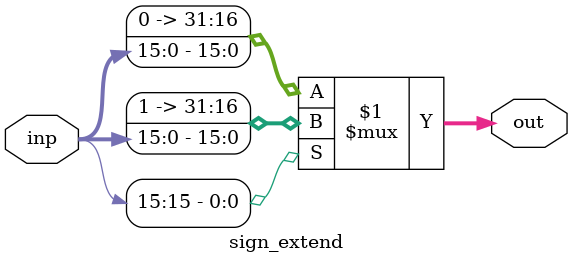
<source format=v>

module sign_extend #(parameter n_bits = 32)
(
	input [15:0]inp,
	output [n_bits-1:0]out
);

assign out = inp[15]? {~16'b0,inp}:{16'b0,inp};
endmodule
</source>
